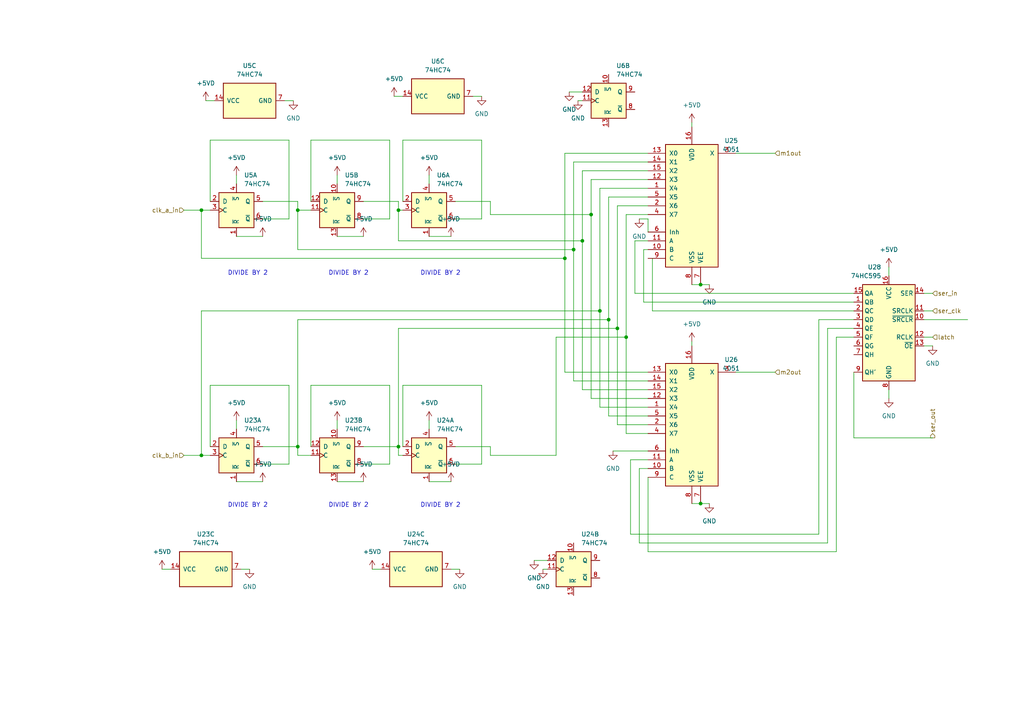
<source format=kicad_sch>
(kicad_sch (version 20230121) (generator eeschema)
  (paper "A4")
  (lib_symbols
    (symbol "4xxx:4051" (pin_names (offset 1.016))
      (property "Reference" "U" (at -7.62 19.05 0))
      (property "Value" "4051" (at -7.62 -19.05 0))
      (symbol "4051_1_0"
        (pin passive line (at -12.7 5.08 0) (length 5.08) (name "X4") (number "1"))
        (pin input line (at -12.7 -12.7 0) (length 5.08) (name "B") (number "10"))
        (pin input line (at -12.7 -10.16 0) (length 5.08) (name "A") (number "11"))
        (pin passive line (at -12.7 7.62 0) (length 5.08) (name "X3") (number "12"))
        (pin passive line (at -12.7 15.24 0) (length 5.08) (name "X0") (number "13"))
        (pin passive line (at -12.7 12.7 0) (length 5.08) (name "X1") (number "14"))
        (pin passive line (at -12.7 10.16 0) (length 5.08) (name "X2") (number "15"))
        (pin power_in line (at 0 22.86 270) (length 5.08) (name "VDD") (number "16"))
        (pin passive line (at -12.7 0 0) (length 5.08) (name "X6") (number "2"))
        (pin passive line (at 12.7 15.24 180) (length 5.08) (name "X") (number "3"))
        (pin passive line (at -12.7 -2.54 0) (length 5.08) (name "X7") (number "4"))
        (pin passive line (at -12.7 2.54 0) (length 5.08) (name "X5") (number "5"))
        (pin input line (at -12.7 -7.62 0) (length 5.08) (name "Inh") (number "6"))
        (pin power_in line (at 2.54 -22.86 90) (length 5.08) (name "VEE") (number "7"))
        (pin power_in line (at 0 -22.86 90) (length 5.08) (name "VSS") (number "8"))
        (pin input line (at -12.7 -15.24 0) (length 5.08) (name "C") (number "9"))
      )
      (symbol "4051_1_1"
        (rectangle (start -7.62 17.78) (end 7.62 -17.78) (stroke (width 0.254)) (fill (type background)))
      )
    )
    (symbol "74xx:74HC595"
      (property "Reference" "U" (at -7.62 13.97 0))
      (property "Value" "74HC595" (at -7.62 -16.51 0))
      (symbol "74HC595_1_0"
        (pin tri_state line (at 10.16 7.62 180) (length 2.54) (name "QB") (number "1"))
        (pin input line (at -10.16 2.54 0) (length 2.54) (name "~{SRCLR}") (number "10"))
        (pin input line (at -10.16 5.08 0) (length 2.54) (name "SRCLK") (number "11"))
        (pin input line (at -10.16 -2.54 0) (length 2.54) (name "RCLK") (number "12"))
        (pin input line (at -10.16 -5.08 0) (length 2.54) (name "~{OE}") (number "13"))
        (pin input line (at -10.16 10.16 0) (length 2.54) (name "SER") (number "14"))
        (pin tri_state line (at 10.16 10.16 180) (length 2.54) (name "QA") (number "15"))
        (pin power_in line (at 0 15.24 270) (length 2.54) (name "VCC") (number "16"))
        (pin tri_state line (at 10.16 5.08 180) (length 2.54) (name "QC") (number "2"))
        (pin tri_state line (at 10.16 2.54 180) (length 2.54) (name "QD") (number "3"))
        (pin tri_state line (at 10.16 0 180) (length 2.54) (name "QE") (number "4"))
        (pin tri_state line (at 10.16 -2.54 180) (length 2.54) (name "QF") (number "5"))
        (pin tri_state line (at 10.16 -5.08 180) (length 2.54) (name "QG") (number "6"))
        (pin tri_state line (at 10.16 -7.62 180) (length 2.54) (name "QH") (number "7"))
        (pin power_in line (at 0 -17.78 90) (length 2.54) (name "GND") (number "8"))
        (pin output line (at 10.16 -12.7 180) (length 2.54) (name "QH'") (number "9"))
      )
      (symbol "74HC595_1_1"
        (rectangle (start -7.62 12.7) (end 7.62 -15.24) (stroke (width 0.254)) (fill (type background)))
      )
    )
    (symbol "74xx:74HC74" (pin_names (offset 1.016))
      (property "Reference" "U" (at -7.62 8.89 0))
      (property "Value" "74HC74" (at -7.62 -8.89 0))
      (symbol "74HC74_1_0"
        (pin input line (at 0 -7.62 90) (length 2.54) (name "~{R}") (number "1"))
        (pin input line (at -7.62 2.54 0) (length 2.54) (name "D") (number "2"))
        (pin input clock (at -7.62 0 0) (length 2.54) (name "C") (number "3"))
        (pin input line (at 0 7.62 270) (length 2.54) (name "~{S}") (number "4"))
        (pin output line (at 7.62 2.54 180) (length 2.54) (name "Q") (number "5"))
        (pin output line (at 7.62 -2.54 180) (length 2.54) (name "~{Q}") (number "6"))
      )
      (symbol "74HC74_1_1"
        (rectangle (start -5.08 5.08) (end 5.08 -5.08) (stroke (width 0.254)) (fill (type background)))
      )
      (symbol "74HC74_2_0"
        (pin input line (at 0 7.62 270) (length 2.54) (name "~{S}") (number "10"))
        (pin input clock (at -7.62 0 0) (length 2.54) (name "C") (number "11"))
        (pin input line (at -7.62 2.54 0) (length 2.54) (name "D") (number "12"))
        (pin input line (at 0 -7.62 90) (length 2.54) (name "~{R}") (number "13"))
        (pin output line (at 7.62 -2.54 180) (length 2.54) (name "~{Q}") (number "8"))
        (pin output line (at 7.62 2.54 180) (length 2.54) (name "Q") (number "9"))
      )
      (symbol "74HC74_2_1"
        (rectangle (start -5.08 5.08) (end 5.08 -5.08) (stroke (width 0.254)) (fill (type background)))
      )
      (symbol "74HC74_3_0"
        (pin power_in line (at 0 10.16 270) (length 2.54) (name "VCC") (number "14"))
        (pin power_in line (at 0 -10.16 90) (length 2.54) (name "GND") (number "7"))
      )
      (symbol "74HC74_3_1"
        (rectangle (start -5.08 7.62) (end 5.08 -7.62) (stroke (width 0.254)) (fill (type background)))
      )
    )
    (symbol "power:+5VD" (power) (pin_names (offset 0))
      (property "Value" "+5VD" (at 0 3.556 0))
      (symbol "+5VD_0_1"
        (polyline (pts (xy -0.762 1.27) (xy 0 2.54)))
        (polyline (pts (xy 0 0) (xy 0 2.54)))
        (polyline (pts (xy 0 2.54) (xy 0.762 1.27)))
      )
      (symbol "+5VD_1_1"
        (pin power_in line (at 0 0 90) (length 0) hide (name "+5VD") (number "1"))
      )
    )
    (symbol "power:GND" (power) (pin_names (offset 0))
      (property "Value" "GND" (at 0 -3.81 0))
      (symbol "GND_0_1"
        (polyline (pts (xy 0 0) (xy 0 -1.27) (xy 1.27 -1.27) (xy 0 -2.54) (xy -1.27 -1.27) (xy 0 -1.27)))
      )
      (symbol "GND_1_1"
        (pin power_in line (at 0 0 270) (length 0) hide (name "GND") (number "1"))
      )
    )
  )
  (junction (at 203.2 82.55))
  (junction (at 171.45 62.23))
  (junction (at 115.57 60.96))
  (junction (at 166.37 72.39))
  (junction (at 163.83 74.93))
  (junction (at 58.42 132.08))
  (junction (at 203.2 146.05))
  (junction (at 173.99 90.17))
  (junction (at 168.91 69.85))
  (junction (at 58.42 60.96))
  (junction (at 176.53 92.71))
  (junction (at 86.36 129.54))
  (junction (at 181.61 97.79))
  (junction (at 86.36 60.96))
  (junction (at 179.07 95.25))
  (junction (at 115.57 129.54))
  (wire (pts (xy 97.79 50.8) (xy 97.79 53.34)))
  (wire (pts (xy 173.99 90.17) (xy 58.42 90.17)))
  (wire (pts (xy 166.37 46.99) (xy 166.37 72.39)))
  (wire (pts (xy 116.84 40.64) (xy 116.84 58.42)))
  (wire (pts (xy 213.36 44.45) (xy 224.79 44.45)))
  (wire (pts (xy 200.66 146.05) (xy 203.2 146.05)))
  (wire (pts (xy 68.58 68.58) (xy 76.2 68.58)))
  (wire (pts (xy 176.53 92.71) (xy 176.53 57.15)))
  (wire (pts (xy 242.57 160.02) (xy 242.57 97.79)))
  (wire (pts (xy 203.2 82.55) (xy 205.74 82.55)))
  (wire (pts (xy 60.96 40.64) (xy 60.96 58.42)))
  (wire (pts (xy 163.83 44.45) (xy 163.83 74.93)))
  (wire (pts (xy 83.82 111.76) (xy 60.96 111.76)))
  (wire (pts (xy 86.36 60.96) (xy 90.17 60.96)))
  (wire (pts (xy 58.42 60.96) (xy 60.96 60.96)))
  (wire (pts (xy 186.69 72.39) (xy 187.96 72.39)))
  (wire (pts (xy 83.82 40.64) (xy 60.96 40.64)))
  (wire (pts (xy 161.29 132.08) (xy 161.29 97.79)))
  (wire (pts (xy 142.24 58.42) (xy 142.24 62.23)))
  (wire (pts (xy 139.7 63.5) (xy 139.7 40.64)))
  (wire (pts (xy 76.2 134.62) (xy 83.82 134.62)))
  (wire (pts (xy 115.57 60.96) (xy 115.57 69.85)))
  (wire (pts (xy 97.79 121.92) (xy 97.79 124.46)))
  (wire (pts (xy 114.3 27.94) (xy 116.84 27.94)))
  (wire (pts (xy 267.97 100.33) (xy 270.51 100.33)))
  (wire (pts (xy 130.81 165.1) (xy 133.35 165.1)))
  (wire (pts (xy 97.79 139.7) (xy 105.41 139.7)))
  (wire (pts (xy 179.07 59.69) (xy 179.07 95.25)))
  (wire (pts (xy 267.97 92.71) (xy 280.67 92.71)))
  (wire (pts (xy 90.17 40.64) (xy 90.17 58.42)))
  (wire (pts (xy 182.88 154.94) (xy 237.49 154.94)))
  (wire (pts (xy 58.42 74.93) (xy 58.42 60.96)))
  (wire (pts (xy 179.07 123.19) (xy 179.07 95.25)))
  (wire (pts (xy 124.46 50.8) (xy 124.46 53.34)))
  (wire (pts (xy 58.42 90.17) (xy 58.42 132.08)))
  (wire (pts (xy 90.17 111.76) (xy 90.17 129.54)))
  (wire (pts (xy 187.96 123.19) (xy 179.07 123.19)))
  (wire (pts (xy 187.96 110.49) (xy 166.37 110.49)))
  (wire (pts (xy 115.57 69.85) (xy 168.91 69.85)))
  (wire (pts (xy 115.57 129.54) (xy 115.57 132.08)))
  (wire (pts (xy 186.69 72.39) (xy 186.69 87.63)))
  (wire (pts (xy 187.96 118.11) (xy 173.99 118.11)))
  (wire (pts (xy 115.57 58.42) (xy 115.57 60.96)))
  (wire (pts (xy 124.46 139.7) (xy 130.81 139.7)))
  (wire (pts (xy 257.81 113.03) (xy 257.81 115.57)))
  (wire (pts (xy 242.57 97.79) (xy 247.65 97.79)))
  (wire (pts (xy 186.69 87.63) (xy 247.65 87.63)))
  (wire (pts (xy 166.37 110.49) (xy 166.37 72.39)))
  (wire (pts (xy 105.41 58.42) (xy 115.57 58.42)))
  (wire (pts (xy 53.34 60.96) (xy 58.42 60.96)))
  (wire (pts (xy 187.96 120.65) (xy 176.53 120.65)))
  (wire (pts (xy 189.23 90.17) (xy 247.65 90.17)))
  (wire (pts (xy 139.7 40.64) (xy 116.84 40.64)))
  (wire (pts (xy 142.24 129.54) (xy 142.24 132.08)))
  (wire (pts (xy 247.65 107.95) (xy 247.65 127)))
  (wire (pts (xy 86.36 72.39) (xy 86.36 60.96)))
  (wire (pts (xy 187.96 133.35) (xy 182.88 133.35)))
  (wire (pts (xy 132.08 63.5) (xy 139.7 63.5)))
  (wire (pts (xy 240.03 95.25) (xy 247.65 95.25)))
  (wire (pts (xy 163.83 107.95) (xy 163.83 74.93)))
  (wire (pts (xy 139.7 111.76) (xy 116.84 111.76)))
  (wire (pts (xy 185.42 135.89) (xy 185.42 157.48)))
  (wire (pts (xy 184.15 69.85) (xy 184.15 85.09)))
  (wire (pts (xy 176.53 57.15) (xy 187.96 57.15)))
  (wire (pts (xy 124.46 68.58) (xy 130.81 68.58)))
  (wire (pts (xy 187.96 113.03) (xy 168.91 113.03)))
  (wire (pts (xy 267.97 85.09) (xy 270.51 85.09)))
  (wire (pts (xy 171.45 52.07) (xy 171.45 62.23)))
  (wire (pts (xy 168.91 69.85) (xy 168.91 49.53)))
  (wire (pts (xy 113.03 134.62) (xy 113.03 111.76)))
  (wire (pts (xy 237.49 92.71) (xy 247.65 92.71)))
  (wire (pts (xy 132.08 134.62) (xy 139.7 134.62)))
  (wire (pts (xy 142.24 62.23) (xy 171.45 62.23)))
  (wire (pts (xy 187.96 160.02) (xy 242.57 160.02)))
  (wire (pts (xy 115.57 95.25) (xy 115.57 129.54)))
  (wire (pts (xy 184.15 85.09) (xy 247.65 85.09)))
  (wire (pts (xy 68.58 139.7) (xy 76.2 139.7)))
  (wire (pts (xy 83.82 134.62) (xy 83.82 111.76)))
  (wire (pts (xy 76.2 63.5) (xy 83.82 63.5)))
  (wire (pts (xy 86.36 129.54) (xy 86.36 92.71)))
  (wire (pts (xy 240.03 157.48) (xy 240.03 95.25)))
  (wire (pts (xy 171.45 115.57) (xy 171.45 62.23)))
  (wire (pts (xy 187.96 44.45) (xy 163.83 44.45)))
  (wire (pts (xy 154.94 162.56) (xy 158.75 162.56)))
  (wire (pts (xy 113.03 63.5) (xy 113.03 40.64)))
  (wire (pts (xy 187.96 59.69) (xy 179.07 59.69)))
  (wire (pts (xy 187.96 125.73) (xy 181.61 125.73)))
  (wire (pts (xy 179.07 95.25) (xy 115.57 95.25)))
  (wire (pts (xy 76.2 58.42) (xy 86.36 58.42)))
  (wire (pts (xy 181.61 97.79) (xy 181.61 62.23)))
  (wire (pts (xy 105.41 129.54) (xy 115.57 129.54)))
  (wire (pts (xy 132.08 58.42) (xy 142.24 58.42)))
  (wire (pts (xy 187.96 46.99) (xy 166.37 46.99)))
  (wire (pts (xy 105.41 63.5) (xy 113.03 63.5)))
  (wire (pts (xy 83.82 63.5) (xy 83.82 40.64)))
  (wire (pts (xy 137.16 27.94) (xy 139.7 27.94)))
  (wire (pts (xy 200.66 82.55) (xy 203.2 82.55)))
  (wire (pts (xy 115.57 132.08) (xy 116.84 132.08)))
  (wire (pts (xy 105.41 134.62) (xy 113.03 134.62)))
  (wire (pts (xy 139.7 134.62) (xy 139.7 111.76)))
  (wire (pts (xy 167.64 29.21) (xy 168.91 29.21)))
  (wire (pts (xy 182.88 133.35) (xy 182.88 154.94)))
  (wire (pts (xy 116.84 111.76) (xy 116.84 129.54)))
  (wire (pts (xy 107.95 165.1) (xy 110.49 165.1)))
  (wire (pts (xy 237.49 154.94) (xy 237.49 92.71)))
  (wire (pts (xy 68.58 50.8) (xy 68.58 53.34)))
  (wire (pts (xy 173.99 54.61) (xy 173.99 90.17)))
  (wire (pts (xy 267.97 90.17) (xy 270.51 90.17)))
  (wire (pts (xy 165.1 26.67) (xy 168.91 26.67)))
  (wire (pts (xy 82.55 29.21) (xy 85.09 29.21)))
  (wire (pts (xy 115.57 60.96) (xy 116.84 60.96)))
  (wire (pts (xy 76.2 129.54) (xy 86.36 129.54)))
  (wire (pts (xy 200.66 99.06) (xy 200.66 100.33)))
  (wire (pts (xy 187.96 135.89) (xy 185.42 135.89)))
  (wire (pts (xy 187.96 107.95) (xy 163.83 107.95)))
  (wire (pts (xy 247.65 127) (xy 270.51 127)))
  (wire (pts (xy 213.36 107.95) (xy 224.79 107.95)))
  (wire (pts (xy 203.2 146.05) (xy 205.74 146.05)))
  (wire (pts (xy 97.79 68.58) (xy 105.41 68.58)))
  (wire (pts (xy 53.34 132.08) (xy 58.42 132.08)))
  (wire (pts (xy 132.08 129.54) (xy 142.24 129.54)))
  (wire (pts (xy 86.36 129.54) (xy 86.36 132.08)))
  (wire (pts (xy 176.53 120.65) (xy 176.53 92.71)))
  (wire (pts (xy 168.91 49.53) (xy 187.96 49.53)))
  (wire (pts (xy 171.45 52.07) (xy 187.96 52.07)))
  (wire (pts (xy 187.96 67.31) (xy 187.96 63.5)))
  (wire (pts (xy 59.69 29.21) (xy 62.23 29.21)))
  (wire (pts (xy 86.36 92.71) (xy 176.53 92.71)))
  (wire (pts (xy 257.81 77.47) (xy 257.81 80.01)))
  (wire (pts (xy 69.85 165.1) (xy 72.39 165.1)))
  (wire (pts (xy 168.91 113.03) (xy 168.91 69.85)))
  (wire (pts (xy 187.96 138.43) (xy 187.96 160.02)))
  (wire (pts (xy 157.48 165.1) (xy 158.75 165.1)))
  (wire (pts (xy 124.46 121.92) (xy 124.46 124.46)))
  (wire (pts (xy 161.29 97.79) (xy 181.61 97.79)))
  (wire (pts (xy 187.96 115.57) (xy 171.45 115.57)))
  (wire (pts (xy 163.83 74.93) (xy 58.42 74.93)))
  (wire (pts (xy 181.61 62.23) (xy 187.96 62.23)))
  (wire (pts (xy 189.23 74.93) (xy 189.23 90.17)))
  (wire (pts (xy 200.66 35.56) (xy 200.66 36.83)))
  (wire (pts (xy 86.36 58.42) (xy 86.36 60.96)))
  (wire (pts (xy 113.03 40.64) (xy 90.17 40.64)))
  (wire (pts (xy 187.96 63.5) (xy 185.42 63.5)))
  (wire (pts (xy 187.96 54.61) (xy 173.99 54.61)))
  (wire (pts (xy 46.99 165.1) (xy 49.53 165.1)))
  (wire (pts (xy 267.97 97.79) (xy 270.51 97.79)))
  (wire (pts (xy 68.58 121.92) (xy 68.58 124.46)))
  (wire (pts (xy 142.24 132.08) (xy 161.29 132.08)))
  (wire (pts (xy 173.99 118.11) (xy 173.99 90.17)))
  (wire (pts (xy 113.03 111.76) (xy 90.17 111.76)))
  (wire (pts (xy 184.15 69.85) (xy 187.96 69.85)))
  (wire (pts (xy 166.37 72.39) (xy 86.36 72.39)))
  (wire (pts (xy 185.42 157.48) (xy 240.03 157.48)))
  (wire (pts (xy 86.36 132.08) (xy 90.17 132.08)))
  (wire (pts (xy 60.96 111.76) (xy 60.96 129.54)))
  (wire (pts (xy 181.61 125.73) (xy 181.61 97.79)))
  (wire (pts (xy 177.8 130.81) (xy 187.96 130.81)))
  (wire (pts (xy 58.42 132.08) (xy 60.96 132.08)))
  (text "DIVIDE BY 2" (at 66.04 80.01 0) (effects (font (size 1.27 1.27)) (justify left bottom)))
  (text "DIVIDE BY 2" (at 95.25 80.01 0) (effects (font (size 1.27 1.27)) (justify left bottom)))
  (text "DIVIDE BY 2" (at 121.92 80.01 0) (effects (font (size 1.27 1.27)) (justify left bottom)))
  (text "DIVIDE BY 2" (at 95.25 147.32 0) (effects (font (size 1.27 1.27)) (justify left bottom)))
  (text "DIVIDE BY 2" (at 66.04 147.32 0) (effects (font (size 1.27 1.27)) (justify left bottom)))
  (text "DIVIDE BY 2" (at 121.92 147.32 0) (effects (font (size 1.27 1.27)) (justify left bottom)))
  (hierarchical_label "ser_out" (shape output) (at 270.51 127 90))
  (hierarchical_label "m1out" (shape input) (at 224.79 44.45 0))
  (hierarchical_label "m2out" (shape input) (at 224.79 107.95 0))
  (hierarchical_label "clk_b_in" (shape input) (at 53.34 132.08 180))
  (hierarchical_label "ser_in" (shape input) (at 270.51 85.09 0))
  (hierarchical_label "clk_a_in" (shape input) (at 53.34 60.96 180))
  (hierarchical_label "ser_clk" (shape input) (at 270.51 90.17 0))
  (hierarchical_label "latch" (shape input) (at 270.51 97.79 0))
  (symbol (lib_id "74xx:74HC74") (at 97.79 60.96 0) (unit 2)
    (property "Reference" "U5" (at 99.9841 50.8 0) (effects (justify left)))
    (property "Value" "74HC74" (at 99.9841 53.34 0) (effects (justify left)))
    (property "Datasheet" "74xx/74hc_hct74.pdf" (effects hide))
  )
  (symbol (lib_id "74xx:74HC74") (at 97.79 132.08 0) (unit 2)
    (property "Reference" "U23" (at 99.9841 121.92 0) (effects (justify left)))
    (property "Value" "74HC74" (at 99.9841 124.46 0) (effects (justify left)))
    (property "Datasheet" "74xx/74hc_hct74.pdf" (effects hide))
  )
  (symbol (lib_id "power:+5VD") (at 200.66 99.06 0) (unit 1)
    (property "Reference" "#PWR076" (effects hide))
    (property "Value" "+5VD" (at 200.66 93.98 0))
  )
  (symbol (lib_id "power:+5VD") (at 76.2 68.58 0) (unit 1)
    (property "Reference" "#PWR061" (effects hide))
    (property "Value" "+5VD" (at 76.2 63.5 0))
  )
  (symbol (lib_id "power:+5VD") (at 130.81 139.7 0) (unit 1)
    (property "Reference" "#PWR074" (effects hide))
    (property "Value" "+5VD" (at 130.81 134.62 0))
  )
  (symbol (lib_id "power:GND") (at 270.51 100.33 0) (unit 1)
    (property "Reference" "#PWR088" (effects hide))
    (property "Value" "GND" (at 270.51 105.41 0))
  )
  (symbol (lib_id "74xx:74HC74") (at 120.65 165.1 90) (unit 3)
    (property "Reference" "U24" (at 120.65 154.94 90))
    (property "Value" "74HC74" (at 120.65 157.48 90))
    (property "Datasheet" "74xx/74hc_hct74.pdf" (effects hide))
  )
  (symbol (lib_id "power:+5VD") (at 124.46 121.92 0) (unit 1)
    (property "Reference" "#PWR072" (effects hide))
    (property "Value" "+5VD" (at 124.46 116.84 0))
  )
  (symbol (lib_id "power:+5VD") (at 68.58 121.92 0) (unit 1)
    (property "Reference" "#PWR067" (effects hide))
    (property "Value" "+5VD" (at 68.58 116.84 0))
  )
  (symbol (lib_id "power:GND") (at 205.74 146.05 0) (unit 1)
    (property "Reference" "#PWR078" (effects hide))
    (property "Value" "GND" (at 205.74 151.13 0))
  )
  (symbol (lib_id "power:GND") (at 85.09 29.21 0) (unit 1)
    (property "Reference" "#PWR052" (effects hide))
    (property "Value" "GND" (at 85.09 34.29 0))
  )
  (symbol (lib_id "power:+5VD") (at 97.79 50.8 0) (unit 1)
    (property "Reference" "#PWR057" (effects hide))
    (property "Value" "+5VD" (at 97.79 45.72 0))
  )
  (symbol (lib_id "power:GND") (at 165.1 26.67 0) (unit 1)
    (property "Reference" "#PWR064" (effects hide))
    (property "Value" "GND" (at 165.1 31.75 0))
  )
  (symbol (lib_id "74xx:74HC74") (at 72.39 29.21 90) (unit 3)
    (property "Reference" "U5" (at 72.39 19.05 90))
    (property "Value" "74HC74" (at 72.39 21.59 90))
    (property "Datasheet" "74xx/74hc_hct74.pdf" (effects hide))
  )
  (symbol (lib_id "power:+5VD") (at 124.46 50.8 0) (unit 1)
    (property "Reference" "#PWR058" (effects hide))
    (property "Value" "+5VD" (at 124.46 45.72 0))
  )
  (symbol (lib_id "power:+5VD") (at 105.41 68.58 0) (unit 1)
    (property "Reference" "#PWR060" (effects hide))
    (property "Value" "+5VD" (at 105.41 63.5 0))
  )
  (symbol (lib_id "power:GND") (at 177.8 130.81 0) (unit 1)
    (property "Reference" "#PWR080" (effects hide))
    (property "Value" "GND" (at 177.8 135.89 0))
  )
  (symbol (lib_id "74xx:74HC74") (at 68.58 132.08 0) (unit 1)
    (property "Reference" "U23" (at 70.7741 121.92 0) (effects (justify left)))
    (property "Value" "74HC74" (at 70.7741 124.46 0) (effects (justify left)))
    (property "Datasheet" "74xx/74hc_hct74.pdf" (effects hide))
  )
  (symbol (lib_id "74xx:74HC74") (at 68.58 60.96 0) (unit 1)
    (property "Reference" "U5" (at 70.7741 50.8 0) (effects (justify left)))
    (property "Value" "74HC74" (at 70.7741 53.34 0) (effects (justify left)))
    (property "Datasheet" "74xx/74hc_hct74.pdf" (effects hide))
  )
  (symbol (lib_id "74xx:74HC74") (at 127 27.94 90) (unit 3)
    (property "Reference" "U6" (at 127 17.78 90))
    (property "Value" "74HC74" (at 127 20.32 90))
    (property "Datasheet" "74xx/74hc_hct74.pdf" (effects hide))
  )
  (symbol (lib_id "74xx:74HC74") (at 59.69 165.1 90) (unit 3)
    (property "Reference" "U23" (at 59.69 154.94 90))
    (property "Value" "74HC74" (at 59.69 157.48 90))
    (property "Datasheet" "74xx/74hc_hct74.pdf" (effects hide))
  )
  (symbol (lib_id "4xxx:4051") (at 200.66 59.69 0) (unit 1)
    (property "Reference" "U25" (at 212.09 40.8021 0))
    (property "Value" "4051" (at 212.09 43.3421 0))
    (property "Datasheet" "http://www.intersil.com/content/dam/Intersil/documents/cd40/cd4051bms-52bms-53bms.pdf" (effects hide))
  )
  (symbol (lib_id "power:GND") (at 154.94 162.56 0) (unit 1)
    (property "Reference" "#PWR062" (effects hide))
    (property "Value" "GND" (at 154.94 167.64 0))
  )
  (symbol (lib_id "power:GND") (at 185.42 63.5 0) (unit 1)
    (property "Reference" "#PWR079" (effects hide))
    (property "Value" "GND" (at 185.42 68.58 0))
  )
  (symbol (lib_id "74xx:74HC74") (at 166.37 165.1 0) (unit 2)
    (property "Reference" "U24" (at 168.5641 154.94 0) (effects (justify left)))
    (property "Value" "74HC74" (at 168.5641 157.48 0) (effects (justify left)))
    (property "Datasheet" "74xx/74hc_hct74.pdf" (effects hide))
  )
  (symbol (lib_id "power:+5VD") (at 257.81 77.47 0) (unit 1)
    (property "Reference" "#PWR091" (effects hide))
    (property "Value" "+5VD" (at 257.81 72.39 0))
  )
  (symbol (lib_id "power:+5VD") (at 46.99 165.1 0) (unit 1)
    (property "Reference" "#PWR063" (effects hide))
    (property "Value" "+5VD" (at 46.99 160.02 0))
  )
  (symbol (lib_id "power:GND") (at 157.48 165.1 0) (unit 1)
    (property "Reference" "#PWR055" (effects hide))
    (property "Value" "GND" (at 157.48 170.18 0))
  )
  (symbol (lib_id "74xx:74HC595") (at 257.81 95.25 0) (mirror y) (unit 1)
    (property "Reference" "U28" (at 255.6159 77.47 0) (effects (justify left)))
    (property "Value" "74HC595" (at 255.6159 80.01 0) (effects (justify left)))
    (property "Datasheet" "http://www.ti.com/lit/ds/symlink/sn74hc595.pdf" (effects hide))
  )
  (symbol (lib_id "power:+5VD") (at 97.79 121.92 0) (unit 1)
    (property "Reference" "#PWR069" (effects hide))
    (property "Value" "+5VD" (at 97.79 116.84 0))
  )
  (symbol (lib_id "power:+5VD") (at 107.95 165.1 0) (unit 1)
    (property "Reference" "#PWR070" (effects hide))
    (property "Value" "+5VD" (at 107.95 160.02 0))
  )
  (symbol (lib_id "power:GND") (at 139.7 27.94 0) (unit 1)
    (property "Reference" "#PWR051" (effects hide))
    (property "Value" "GND" (at 139.7 33.02 0))
  )
  (symbol (lib_id "power:GND") (at 167.64 29.21 0) (unit 1)
    (property "Reference" "#PWR065" (effects hide))
    (property "Value" "GND" (at 167.64 34.29 0))
  )
  (symbol (lib_id "power:+5VD") (at 114.3 27.94 0) (unit 1)
    (property "Reference" "#PWR054" (effects hide))
    (property "Value" "+5VD" (at 114.3 22.86 0))
  )
  (symbol (lib_id "power:+5VD") (at 68.58 50.8 0) (unit 1)
    (property "Reference" "#PWR056" (effects hide))
    (property "Value" "+5VD" (at 68.58 45.72 0))
  )
  (symbol (lib_id "power:GND") (at 205.74 82.55 0) (unit 1)
    (property "Reference" "#PWR077" (effects hide))
    (property "Value" "GND" (at 205.74 87.63 0))
  )
  (symbol (lib_id "power:+5VD") (at 200.66 35.56 0) (unit 1)
    (property "Reference" "#PWR075" (effects hide))
    (property "Value" "+5VD" (at 200.66 30.48 0))
  )
  (symbol (lib_id "74xx:74HC74") (at 124.46 60.96 0) (unit 1)
    (property "Reference" "U6" (at 126.6541 50.8 0) (effects (justify left)))
    (property "Value" "74HC74" (at 126.6541 53.34 0) (effects (justify left)))
    (property "Datasheet" "74xx/74hc_hct74.pdf" (effects hide))
  )
  (symbol (lib_id "power:GND") (at 72.39 165.1 0) (unit 1)
    (property "Reference" "#PWR066" (effects hide))
    (property "Value" "GND" (at 72.39 170.18 0))
  )
  (symbol (lib_id "power:+5VD") (at 130.81 68.58 0) (unit 1)
    (property "Reference" "#PWR059" (effects hide))
    (property "Value" "+5VD" (at 130.81 63.5 0))
  )
  (symbol (lib_id "power:+5VD") (at 105.41 139.7 0) (unit 1)
    (property "Reference" "#PWR071" (effects hide))
    (property "Value" "+5VD" (at 105.41 134.62 0))
  )
  (symbol (lib_id "4xxx:4051") (at 200.66 123.19 0) (unit 1)
    (property "Reference" "U26" (at 212.09 104.3021 0))
    (property "Value" "4051" (at 212.09 106.8421 0))
    (property "Datasheet" "http://www.intersil.com/content/dam/Intersil/documents/cd40/cd4051bms-52bms-53bms.pdf" (effects hide))
  )
  (symbol (lib_id "74xx:74HC74") (at 124.46 132.08 0) (unit 1)
    (property "Reference" "U24" (at 126.6541 121.92 0) (effects (justify left)))
    (property "Value" "74HC74" (at 126.6541 124.46 0) (effects (justify left)))
    (property "Datasheet" "74xx/74hc_hct74.pdf" (effects hide))
  )
  (symbol (lib_id "power:GND") (at 133.35 165.1 0) (unit 1)
    (property "Reference" "#PWR073" (effects hide))
    (property "Value" "GND" (at 133.35 170.18 0))
  )
  (symbol (lib_id "power:+5VD") (at 76.2 139.7 0) (unit 1)
    (property "Reference" "#PWR068" (effects hide))
    (property "Value" "+5VD" (at 76.2 134.62 0))
  )
  (symbol (lib_id "power:GND") (at 257.81 115.57 0) (unit 1)
    (property "Reference" "#PWR090" (effects hide))
    (property "Value" "GND" (at 257.81 120.65 0))
  )
  (symbol (lib_id "power:+5VD") (at 59.69 29.21 0) (unit 1)
    (property "Reference" "#PWR053" (effects hide))
    (property "Value" "+5VD" (at 59.69 24.13 0))
  )
  (symbol (lib_id "74xx:74HC74") (at 176.53 29.21 0) (unit 2)
    (property "Reference" "U6" (at 178.7241 19.05 0) (effects (justify left)))
    (property "Value" "74HC74" (at 178.7241 21.59 0) (effects (justify left)))
    (property "Datasheet" "74xx/74hc_hct74.pdf" (effects hide))
  )
)
</source>
